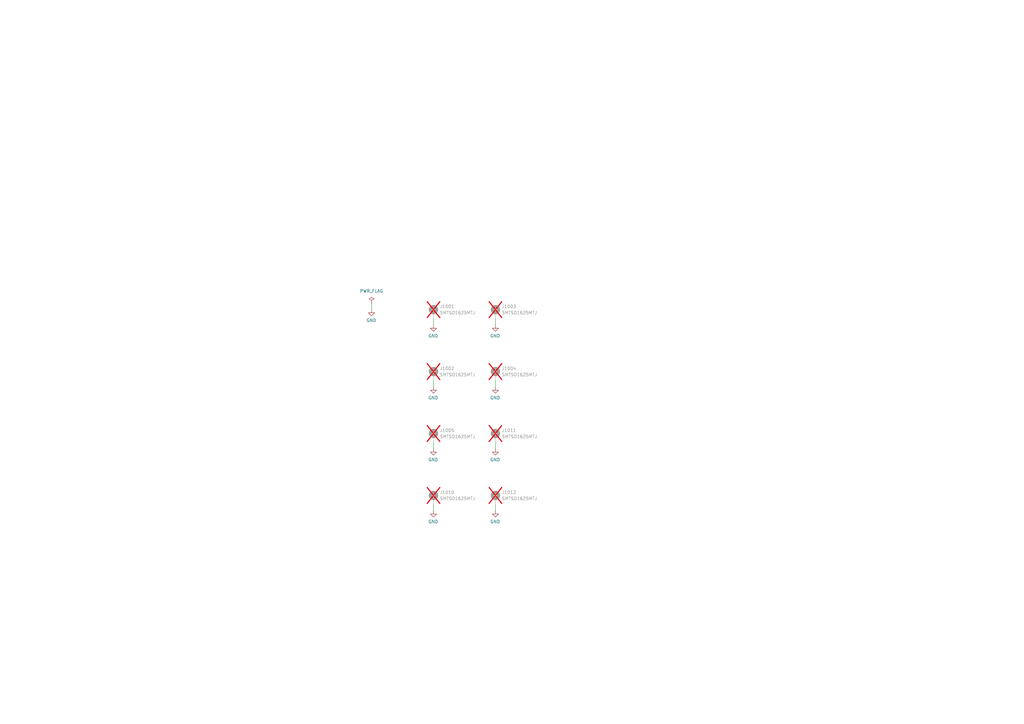
<source format=kicad_sch>
(kicad_sch (version 20231120) (generator "eeschema") (generator_version "8.0")
  (paper "A3")
  (lib_symbols
    (symbol "power:GND" (power) (pin_names (offset 0))
      (property "Value" "GND" (at 0 -3.81 0))
      (symbol "GND_0_1"
        (polyline (pts (xy 0 0) (xy 0 -1.27) (xy 1.27 -1.27) (xy 0 -2.54) (xy -1.27 -1.27) (xy 0 -1.27)))
      )
      (symbol "GND_1_1"
        (pin power_in line (at 0 0 270) (length 0) hide (name "GND") (number "1"))
      )
    )
    (symbol "power:PWR_FLAG" (power) (pin_numbers hide) (pin_names (offset 0) hide)
      (property "Value" "PWR_FLAG" (at 0 3.81 0))
      (symbol "PWR_FLAG_0_0"
        (pin power_out line (at 0 0 90) (length 0) (name "~") (number "1"))
      )
      (symbol "PWR_FLAG_0_1"
        (polyline (pts (xy 0 0) (xy 0 1.27) (xy -1.016 1.905) (xy 0 2.54) (xy 1.016 1.905) (xy 0 1.27)))
      )
    )
    (symbol "suku_basics:SMD_NUT" (pin_numbers hide) (pin_names (offset 1.016) hide)
      (property "Reference" "J" (at 0 6.35 0))
      (property "Value" "SMD_NUT" (at 0 4.445 0))
      (symbol "SMD_NUT_0_1"
        (circle (center 0 1.27) (radius 1.27) (stroke (width 1.27)))
      )
      (symbol "SMD_NUT_1_1"
        (pin input line (at 0 -2.54 90) (length 2.54) (name "1") (number "1"))
      )
    )
  )
  (wire (pts (xy 203.2 181.61) (xy 203.2 184.15)))
  (wire (pts (xy 203.2 207.01) (xy 203.2 209.55)))
  (wire (pts (xy 177.8 207.01) (xy 177.8 209.55)))
  (wire (pts (xy 177.8 156.21) (xy 177.8 158.75)))
  (wire (pts (xy 177.8 130.81) (xy 177.8 133.35)))
  (wire (pts (xy 203.2 130.81) (xy 203.2 133.35)))
  (wire (pts (xy 177.8 181.61) (xy 177.8 184.15)))
  (wire (pts (xy 203.2 156.21) (xy 203.2 158.75)))
  (wire (pts (xy 152.4 124.46) (xy 152.4 127)))
  (symbol (lib_id "power:GND") (at 203.2 133.35 0) (mirror y) (unit 1)
    (property "Reference" "#PWR01003" (effects (hide yes)))
    (property "Value" "GND" (at 203.073 137.7442 0))
  )
  (symbol (lib_id "power:GND") (at 152.4 127 0) (mirror y) (unit 1)
    (property "Reference" "#PWR01005" (effects (hide yes)))
    (property "Value" "GND" (at 152.273 131.3942 0))
  )
  (symbol (lib_id "suku_basics:SMD_NUT") (at 177.8 204.47 0) (unit 1) (dnp yes)
    (property "Reference" "J1010" (at 180.34 201.9299 0) (effects (justify left)))
    (property "Value" "SMTSO1625MTJ" (at 180.34 204.4699 0) (effects (justify left)))
    (property "Footprint" "suku_basics:SMD_NUT_M1.6x2.5" (effects (hide yes)))
    (property "Description" "SMD Nut" (effects (hide yes)))
  )
  (symbol (lib_id "power:GND") (at 203.2 158.75 0) (mirror y) (unit 1)
    (property "Reference" "#PWR01004" (effects (hide yes)))
    (property "Value" "GND" (at 203.073 163.1442 0))
  )
  (symbol (lib_id "power:GND") (at 177.8 133.35 0) (mirror y) (unit 1)
    (property "Reference" "#PWR01001" (effects (hide yes)))
    (property "Value" "GND" (at 177.673 137.7442 0))
  )
  (symbol (lib_id "suku_basics:SMD_NUT") (at 203.2 179.07 0) (unit 1) (dnp yes)
    (property "Reference" "J1011" (at 205.74 176.5299 0) (effects (justify left)))
    (property "Value" "SMTSO1625MTJ" (at 205.74 179.0699 0) (effects (justify left)))
    (property "Footprint" "suku_basics:SMD_NUT_M1.6x2.5" (effects (hide yes)))
    (property "Description" "SMD Nut" (effects (hide yes)))
  )
  (symbol (lib_id "suku_basics:SMD_NUT") (at 203.2 128.27 0) (unit 1) (dnp yes)
    (property "Reference" "J1003" (at 205.74 125.7299 0) (effects (justify left)))
    (property "Value" "SMTSO1625MTJ" (at 205.74 128.2699 0) (effects (justify left)))
    (property "Footprint" "suku_basics:SMD_NUT_M1.6x2.5" (effects (hide yes)))
    (property "Description" "SMD Nut" (effects (hide yes)))
  )
  (symbol (lib_id "suku_basics:SMD_NUT") (at 177.8 128.27 0) (unit 1) (dnp yes)
    (property "Reference" "J1001" (at 180.34 125.7299 0) (effects (justify left)))
    (property "Value" "SMTSO1625MTJ" (at 180.34 128.2699 0) (effects (justify left)))
    (property "Footprint" "suku_basics:SMD_NUT_M1.6x2.5" (effects (hide yes)))
    (property "Description" "SMD Nut" (effects (hide yes)))
  )
  (symbol (lib_id "suku_basics:SMD_NUT") (at 177.8 179.07 0) (unit 1) (dnp yes)
    (property "Reference" "J1005" (at 180.34 176.5299 0) (effects (justify left)))
    (property "Value" "SMTSO1625MTJ" (at 180.34 179.0699 0) (effects (justify left)))
    (property "Footprint" "suku_basics:SMD_NUT_M1.6x2.5" (effects (hide yes)))
    (property "Description" "SMD Nut" (effects (hide yes)))
  )
  (symbol (lib_id "power:GND") (at 177.8 184.15 0) (mirror y) (unit 1)
    (property "Reference" "#PWR01033" (effects (hide yes)))
    (property "Value" "GND" (at 177.673 188.5442 0))
  )
  (symbol (lib_id "power:GND") (at 203.2 184.15 0) (mirror y) (unit 1)
    (property "Reference" "#PWR01035" (effects (hide yes)))
    (property "Value" "GND" (at 203.073 188.5442 0))
  )
  (symbol (lib_id "power:GND") (at 177.8 209.55 0) (mirror y) (unit 1)
    (property "Reference" "#PWR01034" (effects (hide yes)))
    (property "Value" "GND" (at 177.673 213.9442 0))
  )
  (symbol (lib_id "power:PWR_FLAG") (at 152.4 124.46 0) (unit 1)
    (property "Reference" "#FLG01001" (effects (hide yes)))
    (property "Value" "PWR_FLAG" (at 152.4 119.38 0))
    (property "Description" "Special symbol for telling ERC where power comes from" (effects (hide yes)))
  )
  (symbol (lib_id "suku_basics:SMD_NUT") (at 203.2 204.47 0) (unit 1) (dnp yes)
    (property "Reference" "J1012" (at 205.74 201.9299 0) (effects (justify left)))
    (property "Value" "SMTSO1625MTJ" (at 205.74 204.4699 0) (effects (justify left)))
    (property "Footprint" "suku_basics:SMD_NUT_M1.6x2.5" (effects (hide yes)))
    (property "Description" "SMD Nut" (effects (hide yes)))
  )
  (symbol (lib_id "power:GND") (at 177.8 158.75 0) (mirror y) (unit 1)
    (property "Reference" "#PWR01002" (effects (hide yes)))
    (property "Value" "GND" (at 177.673 163.1442 0))
  )
  (symbol (lib_id "suku_basics:SMD_NUT") (at 203.2 153.67 0) (unit 1) (dnp yes)
    (property "Reference" "J1004" (at 205.74 151.1299 0) (effects (justify left)))
    (property "Value" "SMTSO1625MTJ" (at 205.74 153.6699 0) (effects (justify left)))
    (property "Footprint" "suku_basics:SMD_NUT_M1.6x2.5" (effects (hide yes)))
    (property "Description" "SMD Nut" (effects (hide yes)))
  )
  (symbol (lib_id "power:GND") (at 203.2 209.55 0) (mirror y) (unit 1)
    (property "Reference" "#PWR01036" (effects (hide yes)))
    (property "Value" "GND" (at 203.073 213.9442 0))
  )
  (symbol (lib_id "suku_basics:SMD_NUT") (at 177.8 153.67 0) (unit 1) (dnp yes)
    (property "Reference" "J1002" (at 180.34 151.1299 0) (effects (justify left)))
    (property "Value" "SMTSO1625MTJ" (at 180.34 153.6699 0) (effects (justify left)))
    (property "Footprint" "suku_basics:SMD_NUT_M1.6x2.5" (effects (hide yes)))
    (property "Description" "SMD Nut" (effects (hide yes)))
  )
)
</source>
